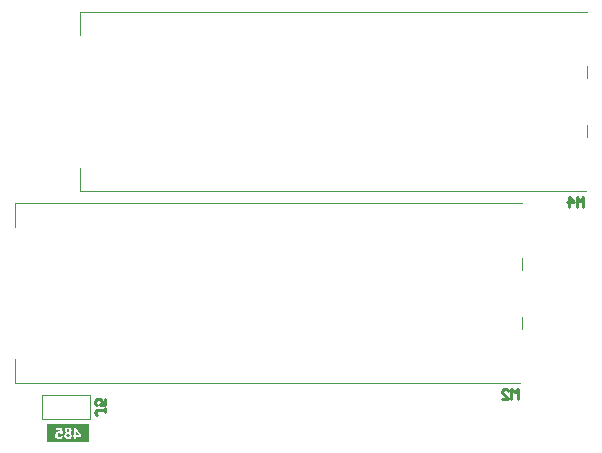
<source format=gbo>
G04*
G04 #@! TF.GenerationSoftware,Altium Limited,Altium Designer,24.5.2 (23)*
G04*
G04 Layer_Color=32896*
%FSLAX25Y25*%
%MOIN*%
G70*
G04*
G04 #@! TF.SameCoordinates,CA4C738F-C60C-4ACC-8FA1-BFDE70A38C08*
G04*
G04*
G04 #@! TF.FilePolarity,Positive*
G04*
G01*
G75*
%ADD10C,0.01000*%
%ADD11C,0.00394*%
G36*
X44497Y10533D02*
X30717D01*
Y16438D01*
X44497D01*
Y10533D01*
D02*
G37*
%LPC*%
G36*
X33329Y14826D02*
Y14815D01*
D01*
Y14826D01*
D02*
G37*
G36*
Y14040D02*
Y14034D01*
D01*
Y14040D01*
D02*
G37*
G36*
X35415Y15350D02*
X33498D01*
Y14673D01*
X34869D01*
X34983Y14029D01*
X34978D01*
X34972Y14034D01*
X34940Y14051D01*
X34890Y14067D01*
X34830Y14094D01*
X34754Y14116D01*
X34672Y14133D01*
X34579Y14149D01*
X34486Y14154D01*
X34437D01*
X34405Y14149D01*
X34366Y14143D01*
X34317Y14138D01*
X34262Y14127D01*
X34203Y14111D01*
X34077Y14067D01*
X34006Y14040D01*
X33940Y14007D01*
X33869Y13963D01*
X33799Y13914D01*
X33733Y13860D01*
X33667Y13800D01*
X33662Y13794D01*
X33651Y13783D01*
X33635Y13761D01*
X33613Y13734D01*
X33591Y13701D01*
X33558Y13658D01*
X33531Y13609D01*
X33498Y13554D01*
X33465Y13494D01*
X33438Y13423D01*
X33405Y13346D01*
X33384Y13270D01*
X33362Y13183D01*
X33345Y13090D01*
X33334Y12991D01*
X33329Y12888D01*
Y11550D01*
Y12844D01*
X33334Y12811D01*
Y12768D01*
X33345Y12719D01*
X33351Y12664D01*
X33362Y12609D01*
X33394Y12478D01*
X33443Y12336D01*
X33476Y12260D01*
X33509Y12189D01*
X33553Y12118D01*
X33602Y12047D01*
X33607Y12041D01*
X33618Y12025D01*
X33640Y12003D01*
X33667Y11970D01*
X33706Y11932D01*
X33755Y11889D01*
X33809Y11845D01*
X33869Y11801D01*
X33940Y11752D01*
X34017Y11708D01*
X34099Y11665D01*
X34192Y11626D01*
X34290Y11594D01*
X34394Y11572D01*
X34508Y11556D01*
X34628Y11550D01*
X33329D01*
X35873D01*
D01*
X34677D01*
X34716Y11556D01*
X34759Y11561D01*
X34814Y11566D01*
X34869Y11572D01*
X34934Y11583D01*
X35065Y11616D01*
X35213Y11670D01*
X35284Y11698D01*
X35355Y11736D01*
X35420Y11779D01*
X35486Y11829D01*
X35491Y11834D01*
X35502Y11839D01*
X35518Y11856D01*
X35540Y11878D01*
X35562Y11910D01*
X35595Y11943D01*
X35622Y11981D01*
X35655Y12025D01*
X35693Y12080D01*
X35726Y12134D01*
X35786Y12265D01*
X35840Y12413D01*
X35857Y12495D01*
X35873Y12582D01*
X35153Y12658D01*
Y12648D01*
X35147Y12620D01*
X35136Y12571D01*
X35120Y12517D01*
X35098Y12456D01*
X35065Y12391D01*
X35021Y12331D01*
X34972Y12271D01*
X34967Y12265D01*
X34945Y12249D01*
X34912Y12227D01*
X34869Y12200D01*
X34819Y12173D01*
X34759Y12151D01*
X34688Y12134D01*
X34617Y12129D01*
X34607D01*
X34579Y12134D01*
X34536Y12140D01*
X34481Y12151D01*
X34421Y12173D01*
X34355Y12205D01*
X34290Y12254D01*
X34230Y12314D01*
X34224Y12325D01*
X34203Y12347D01*
X34181Y12391D01*
X34148Y12456D01*
X34121Y12533D01*
X34093Y12626D01*
X34077Y12740D01*
X34071Y12871D01*
Y12877D01*
Y12888D01*
Y12904D01*
Y12931D01*
X34077Y12991D01*
X34093Y13068D01*
X34110Y13155D01*
X34137Y13243D01*
X34175Y13325D01*
X34230Y13396D01*
X34235Y13401D01*
X34257Y13423D01*
X34295Y13450D01*
X34339Y13488D01*
X34399Y13521D01*
X34470Y13548D01*
X34552Y13570D01*
X34639Y13576D01*
X34672D01*
X34694Y13570D01*
X34749Y13559D01*
X34825Y13543D01*
X34912Y13510D01*
X35005Y13461D01*
X35054Y13428D01*
X35103Y13390D01*
X35153Y13346D01*
X35202Y13297D01*
X35786Y13379D01*
X35415Y15350D01*
D02*
G37*
G36*
X40247Y15416D02*
X39635D01*
Y13013D01*
X39166D01*
Y11621D01*
X41885D01*
D01*
X40334D01*
Y12380D01*
X41885D01*
Y13008D01*
X40247Y15416D01*
D02*
G37*
G36*
X37604Y15421D02*
X37549D01*
X37517Y15416D01*
X37468Y15410D01*
X37418Y15405D01*
X37358Y15399D01*
X37298Y15388D01*
X37162Y15356D01*
X37020Y15306D01*
X36954Y15274D01*
X36883Y15236D01*
X36823Y15192D01*
X36763Y15143D01*
X36758Y15137D01*
X36752Y15132D01*
X36736Y15115D01*
X36714Y15094D01*
X36692Y15066D01*
X36670Y15033D01*
X36610Y14952D01*
X36556Y14848D01*
X36512Y14733D01*
X36474Y14597D01*
X36468Y14520D01*
X36463Y14444D01*
Y14438D01*
Y14433D01*
Y14400D01*
X36468Y14351D01*
X36479Y14286D01*
X36496Y14214D01*
X36523Y14138D01*
X36556Y14056D01*
X36605Y13974D01*
X36610Y13963D01*
X36632Y13941D01*
X36660Y13903D01*
X36703Y13860D01*
X36758Y13805D01*
X36823Y13756D01*
X36900Y13707D01*
X36987Y13663D01*
X36982D01*
X36971Y13658D01*
X36954Y13652D01*
X36933Y13641D01*
X36878Y13609D01*
X36807Y13565D01*
X36731Y13516D01*
X36649Y13450D01*
X36572Y13374D01*
X36507Y13286D01*
X36501Y13275D01*
X36479Y13243D01*
X36452Y13194D01*
X36425Y13128D01*
X36392Y13046D01*
X36370Y12948D01*
X36348Y12844D01*
X36343Y12729D01*
Y12680D01*
X36348Y12642D01*
X36354Y12598D01*
X36359Y12544D01*
X36370Y12489D01*
X36386Y12429D01*
X36425Y12293D01*
X36452Y12222D01*
X36485Y12151D01*
X36523Y12080D01*
X36572Y12009D01*
X36621Y11943D01*
X36681Y11878D01*
X36687Y11872D01*
X36698Y11861D01*
X36714Y11845D01*
X36741Y11829D01*
X36774Y11801D01*
X36818Y11774D01*
X36862Y11747D01*
X36916Y11714D01*
X36976Y11681D01*
X37047Y11654D01*
X37118Y11626D01*
X37195Y11599D01*
X37282Y11583D01*
X37375Y11566D01*
X37468Y11556D01*
X37571Y11550D01*
X36343D01*
D01*
X38833D01*
X37620D01*
X37659Y11556D01*
X37702Y11561D01*
X37751Y11566D01*
X37806Y11572D01*
X37872Y11583D01*
X38008Y11616D01*
X38150Y11665D01*
X38221Y11692D01*
X38292Y11730D01*
X38363Y11768D01*
X38429Y11818D01*
X38434Y11823D01*
X38445Y11834D01*
X38467Y11850D01*
X38494Y11878D01*
X38521Y11910D01*
X38554Y11949D01*
X38592Y11998D01*
X38631Y12047D01*
X38669Y12107D01*
X38707Y12173D01*
X38740Y12244D01*
X38767Y12325D01*
X38794Y12407D01*
X38816Y12500D01*
X38827Y12593D01*
X38833Y12697D01*
Y12751D01*
X38827Y12811D01*
X38816Y12882D01*
X38794Y12970D01*
X38772Y13068D01*
X38734Y13166D01*
X38685Y13264D01*
Y13270D01*
X38680Y13275D01*
X38658Y13308D01*
X38620Y13352D01*
X38565Y13412D01*
X38500Y13477D01*
X38418Y13543D01*
X38319Y13603D01*
X38205Y13663D01*
X38210D01*
X38216Y13668D01*
X38248Y13685D01*
X38298Y13712D01*
X38357Y13745D01*
X38429Y13794D01*
X38494Y13849D01*
X38560Y13914D01*
X38614Y13985D01*
X38620Y13996D01*
X38636Y14023D01*
X38652Y14062D01*
X38674Y14122D01*
X38702Y14187D01*
X38718Y14269D01*
X38734Y14351D01*
X38740Y14444D01*
Y14449D01*
Y14460D01*
Y14482D01*
X38734Y14515D01*
X38729Y14548D01*
X38723Y14591D01*
X38702Y14690D01*
X38669Y14799D01*
X38614Y14919D01*
X38581Y14974D01*
X38543Y15033D01*
X38494Y15088D01*
X38445Y15143D01*
X38439Y15148D01*
X38429Y15154D01*
X38412Y15170D01*
X38390Y15186D01*
X38357Y15208D01*
X38325Y15230D01*
X38281Y15257D01*
X38227Y15285D01*
X38172Y15306D01*
X38112Y15334D01*
X38041Y15356D01*
X37964Y15378D01*
X37883Y15394D01*
X37795Y15410D01*
X37702Y15416D01*
X37604Y15421D01*
D02*
G37*
%LPD*%
G36*
X41213Y13013D02*
X40334D01*
Y14313D01*
X41213Y13013D01*
D02*
G37*
G36*
X39635Y11621D02*
X39166D01*
Y12380D01*
X39635D01*
Y11621D01*
D02*
G37*
G36*
X37670Y14842D02*
X37719Y14831D01*
X37773Y14815D01*
X37828Y14793D01*
X37883Y14766D01*
X37932Y14722D01*
X37937Y14717D01*
X37948Y14701D01*
X37970Y14673D01*
X37992Y14635D01*
X38014Y14586D01*
X38035Y14531D01*
X38046Y14466D01*
X38052Y14389D01*
Y14378D01*
Y14351D01*
X38046Y14313D01*
X38035Y14264D01*
X38025Y14209D01*
X38003Y14154D01*
X37970Y14100D01*
X37932Y14051D01*
X37926Y14045D01*
X37910Y14034D01*
X37883Y14013D01*
X37844Y13991D01*
X37795Y13969D01*
X37741Y13947D01*
X37675Y13936D01*
X37604Y13931D01*
X37571D01*
X37533Y13936D01*
X37484Y13947D01*
X37429Y13958D01*
X37375Y13980D01*
X37320Y14013D01*
X37271Y14051D01*
X37266Y14056D01*
X37249Y14073D01*
X37233Y14100D01*
X37205Y14143D01*
X37184Y14193D01*
X37167Y14247D01*
X37151Y14318D01*
X37145Y14395D01*
Y14406D01*
Y14427D01*
X37151Y14466D01*
X37162Y14509D01*
X37178Y14564D01*
X37200Y14619D01*
X37227Y14673D01*
X37271Y14722D01*
X37277Y14728D01*
X37293Y14744D01*
X37320Y14761D01*
X37358Y14788D01*
X37407Y14810D01*
X37462Y14826D01*
X37528Y14842D01*
X37599Y14848D01*
X37631D01*
X37670Y14842D01*
D02*
G37*
G36*
X37686Y13346D02*
X37741Y13336D01*
X37806Y13314D01*
X37872Y13281D01*
X37937Y13232D01*
X37992Y13172D01*
X37997Y13161D01*
X38014Y13139D01*
X38030Y13101D01*
X38052Y13051D01*
X38079Y12991D01*
X38096Y12926D01*
X38112Y12849D01*
X38117Y12773D01*
Y12768D01*
Y12762D01*
Y12746D01*
Y12724D01*
X38106Y12669D01*
X38096Y12598D01*
X38079Y12522D01*
X38052Y12445D01*
X38014Y12369D01*
X37964Y12298D01*
X37959Y12293D01*
X37937Y12271D01*
X37904Y12249D01*
X37861Y12216D01*
X37806Y12189D01*
X37741Y12162D01*
X37664Y12140D01*
X37582Y12134D01*
X37544D01*
X37506Y12145D01*
X37451Y12156D01*
X37391Y12173D01*
X37331Y12200D01*
X37271Y12238D01*
X37211Y12293D01*
X37205Y12298D01*
X37189Y12325D01*
X37162Y12358D01*
X37135Y12413D01*
X37107Y12478D01*
X37080Y12560D01*
X37064Y12653D01*
X37058Y12762D01*
Y12768D01*
Y12773D01*
Y12806D01*
X37064Y12855D01*
X37075Y12915D01*
X37096Y12986D01*
X37124Y13057D01*
X37162Y13128D01*
X37211Y13194D01*
X37216Y13199D01*
X37238Y13221D01*
X37271Y13248D01*
X37315Y13275D01*
X37369Y13308D01*
X37435Y13330D01*
X37511Y13352D01*
X37593Y13357D01*
X37637D01*
X37686Y13346D01*
D02*
G37*
D10*
X209317Y88977D02*
Y92125D01*
X208267Y91076D01*
X207218Y92125D01*
Y88977D01*
X204594D02*
Y92125D01*
X206168Y90551D01*
X204069D01*
X187467Y25085D02*
Y28233D01*
X186418Y27184D01*
X185368Y28233D01*
Y25085D01*
X182220D02*
X184319D01*
X182220Y27184D01*
Y27709D01*
X182744Y28233D01*
X183794D01*
X184319Y27709D01*
X49788Y21770D02*
Y20720D01*
Y21245D01*
X47165D01*
X46640Y20720D01*
Y20196D01*
X47165Y19671D01*
X49788Y24919D02*
Y22819D01*
X48214D01*
X48739Y23869D01*
Y24394D01*
X48214Y24919D01*
X47165D01*
X46640Y24394D01*
Y23344D01*
X47165Y22819D01*
D11*
X19883Y82328D02*
Y90202D01*
Y30281D02*
Y38155D01*
Y30281D02*
X188387D01*
X188780Y48313D02*
Y52250D01*
Y67998D02*
Y71935D01*
X19883Y90202D02*
X188813D01*
X41732Y146221D02*
Y154095D01*
Y94173D02*
Y102047D01*
Y94173D02*
X210236D01*
X210630Y112205D02*
Y116142D01*
Y131890D02*
Y135827D01*
X41732Y154095D02*
X210663D01*
X44799Y18384D02*
Y26258D01*
X29051Y18384D02*
X44799D01*
X29051D02*
Y26258D01*
X44799D01*
M02*

</source>
